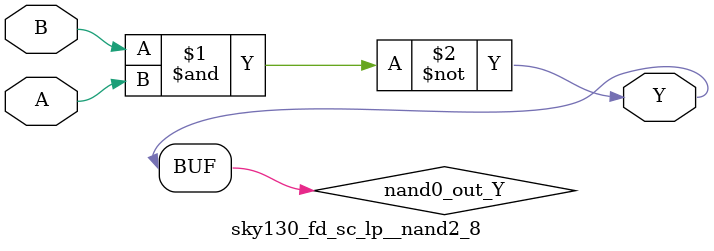
<source format=v>
/*
 * Copyright 2020 The SkyWater PDK Authors
 *
 * Licensed under the Apache License, Version 2.0 (the "License");
 * you may not use this file except in compliance with the License.
 * You may obtain a copy of the License at
 *
 *     https://www.apache.org/licenses/LICENSE-2.0
 *
 * Unless required by applicable law or agreed to in writing, software
 * distributed under the License is distributed on an "AS IS" BASIS,
 * WITHOUT WARRANTIES OR CONDITIONS OF ANY KIND, either express or implied.
 * See the License for the specific language governing permissions and
 * limitations under the License.
 *
 * SPDX-License-Identifier: Apache-2.0
*/


`ifndef SKY130_FD_SC_LP__NAND2_8_FUNCTIONAL_V
`define SKY130_FD_SC_LP__NAND2_8_FUNCTIONAL_V

/**
 * nand2: 2-input NAND.
 *
 * Verilog simulation functional model.
 */

`timescale 1ns / 1ps
`default_nettype none

`celldefine
module sky130_fd_sc_lp__nand2_8 (
    Y,
    A,
    B
);

    // Module ports
    output Y;
    input  A;
    input  B;

    // Local signals
    wire nand0_out_Y;

    //   Name   Output       Other arguments
    nand nand0 (nand0_out_Y, B, A           );
    buf  buf0  (Y          , nand0_out_Y    );

endmodule
`endcelldefine

`default_nettype wire
`endif  // SKY130_FD_SC_LP__NAND2_8_FUNCTIONAL_V

</source>
